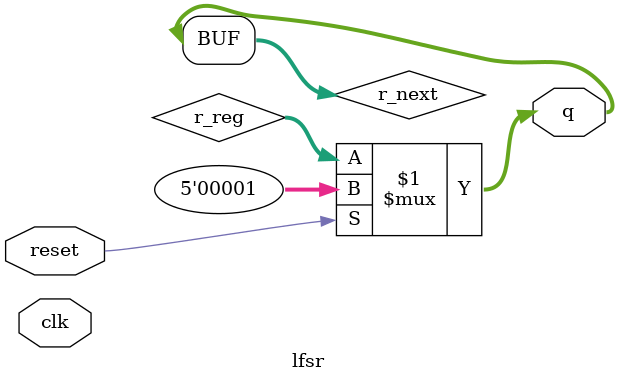
<source format=v>
module lfsr( 
    input clk,
    input reset,
    output [4:0] q
); 
reg [4:0] r_reg;
wire [4:0] r_next;
wire feedback_value;
// on reset set the value of r_reg to 1
// otherwise assign r_next to r_reg
// assign the xor of bit positions 2 and 4 of r_reg to feedback_value
// assign feedback value concatenated with 4 MSBs of r_reg to r_next
// assign r_reg to the output q
assign r_next = (reset)? 5'h1 : r_reg;
assign feedback_value = q[2] ^ q[4];
assign q = {r_next[4], r_next[3:0]};
endmodule

</source>
